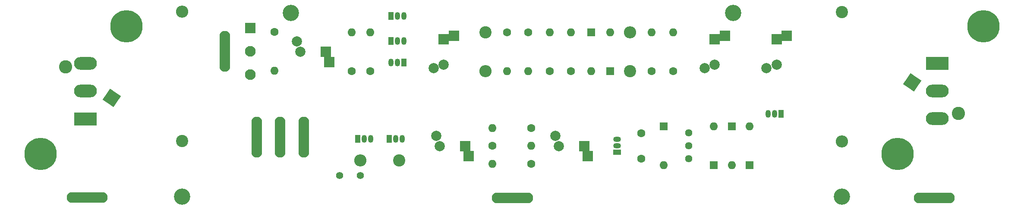
<source format=gbr>
%TF.GenerationSoftware,KiCad,Pcbnew,(6.0.0)*%
%TF.CreationDate,2022-07-31T17:52:24+01:00*%
%TF.ProjectId,Lynx AMP,4c796e78-2041-44d5-902e-6b696361645f,rev?*%
%TF.SameCoordinates,Original*%
%TF.FileFunction,Soldermask,Top*%
%TF.FilePolarity,Negative*%
%FSLAX46Y46*%
G04 Gerber Fmt 4.6, Leading zero omitted, Abs format (unit mm)*
G04 Created by KiCad (PCBNEW (6.0.0)) date 2022-07-31 17:52:24*
%MOMM*%
%LPD*%
G01*
G04 APERTURE LIST*
G04 Aperture macros list*
%AMRoundRect*
0 Rectangle with rounded corners*
0 $1 Rounding radius*
0 $2 $3 $4 $5 $6 $7 $8 $9 X,Y pos of 4 corners*
0 Add a 4 corners polygon primitive as box body*
4,1,4,$2,$3,$4,$5,$6,$7,$8,$9,$2,$3,0*
0 Add four circle primitives for the rounded corners*
1,1,$1+$1,$2,$3*
1,1,$1+$1,$4,$5*
1,1,$1+$1,$6,$7*
1,1,$1+$1,$8,$9*
0 Add four rect primitives between the rounded corners*
20,1,$1+$1,$2,$3,$4,$5,0*
20,1,$1+$1,$4,$5,$6,$7,0*
20,1,$1+$1,$6,$7,$8,$9,0*
20,1,$1+$1,$8,$9,$2,$3,0*%
%AMRotRect*
0 Rectangle, with rotation*
0 The origin of the aperture is its center*
0 $1 length*
0 $2 width*
0 $3 Rotation angle, in degrees counterclockwise*
0 Add horizontal line*
21,1,$1,$2,0,0,$3*%
G04 Aperture macros list end*
%ADD10RoundRect,0.250001X-0.799999X0.799999X-0.799999X-0.799999X0.799999X-0.799999X0.799999X0.799999X0*%
%ADD11C,2.100000*%
%ADD12C,1.600000*%
%ADD13O,1.600000X1.600000*%
%ADD14R,1.600000X1.600000*%
%ADD15C,2.400000*%
%ADD16O,2.400000X2.400000*%
%ADD17C,3.200000*%
%ADD18R,2.000000X2.000000*%
%ADD19C,2.000000*%
%ADD20R,4.500000X2.500000*%
%ADD21O,4.500000X2.500000*%
%ADD22O,5.000000X2.100000*%
%ADD23R,1.050000X1.500000*%
%ADD24O,1.050000X1.500000*%
%ADD25C,1.400000*%
%ADD26RotRect,2.600000X2.600000X56.000000*%
%ADD27C,2.600000*%
%ADD28C,6.350000*%
%ADD29C,1.440000*%
%ADD30R,1.500000X1.050000*%
%ADD31O,1.500000X1.050000*%
%ADD32O,2.100000X5.000000*%
%ADD33RotRect,2.600000X2.600000X236.000000*%
G04 APERTURE END LIST*
D10*
%TO.C,RV1*%
X78974530Y-109152500D03*
D11*
X78974530Y-113752500D03*
X78974530Y-118352500D03*
%TD*%
D12*
%TO.C,R8*%
X134117219Y-128819802D03*
D13*
X126497219Y-128819802D03*
%TD*%
D14*
%TO.C,D5*%
X173429011Y-128510319D03*
D13*
X173429011Y-136130319D03*
%TD*%
D15*
%TO.C,R15*%
X108197219Y-135135319D03*
D16*
X100577219Y-135135319D03*
%TD*%
D12*
%TO.C,R6*%
X133541344Y-110020000D03*
D13*
X133541344Y-117640000D03*
%TD*%
D15*
%TO.C,R16*%
X65575000Y-131340000D03*
D16*
X65575000Y-105940000D03*
%TD*%
D17*
%TO.C, *%
X173685305Y-106225000D03*
%TD*%
D18*
%TO.C,C2*%
X144519685Y-132347969D03*
X145191829Y-134347969D03*
D19*
X139519685Y-132347969D03*
X138847541Y-130347969D03*
%TD*%
D15*
%TO.C,R13*%
X125122016Y-110020000D03*
D16*
X125122016Y-117640000D03*
%TD*%
D20*
%TO.C,Q9*%
X213725000Y-116080289D03*
D21*
X213725000Y-121530289D03*
X213725000Y-126980289D03*
%TD*%
D22*
%TO.C,J2*%
X131965000Y-142513814D03*
X128885000Y-142513814D03*
%TD*%
D12*
%TO.C,R11*%
X129321792Y-110020000D03*
D13*
X129321792Y-117640000D03*
%TD*%
D23*
%TO.C,Q7*%
X106212219Y-130945319D03*
D24*
X107482219Y-130945319D03*
X108752219Y-130945319D03*
%TD*%
D23*
%TO.C,Q6*%
X100022219Y-130945319D03*
D24*
X101292219Y-130945319D03*
X102562219Y-130945319D03*
%TD*%
D23*
%TO.C,Q2*%
X106607638Y-106790978D03*
D24*
X107877638Y-106790978D03*
X109147638Y-106790978D03*
%TD*%
D20*
%TO.C,Q8*%
X46675000Y-127005289D03*
D21*
X46675000Y-121555289D03*
X46675000Y-116105289D03*
%TD*%
D25*
%TO.C,TP1*%
X96517019Y-138150000D03*
%TD*%
D12*
%TO.C,R4*%
X157720224Y-117640000D03*
D13*
X157720224Y-110020000D03*
%TD*%
D14*
%TO.C,D2*%
X145870896Y-110020000D03*
D13*
X145870896Y-117640000D03*
%TD*%
D12*
%TO.C,C3*%
X155652409Y-129820319D03*
X155652409Y-134820319D03*
%TD*%
D18*
%TO.C,C1*%
X93779707Y-113845000D03*
X94451851Y-115845000D03*
D19*
X88779707Y-113845000D03*
X88107563Y-111845000D03*
%TD*%
D26*
%TO.C,Q11*%
X208897630Y-119825000D03*
D27*
X217950720Y-125931387D03*
D28*
X222866245Y-108861866D03*
X205978619Y-133898801D03*
%TD*%
D22*
%TO.C,J3*%
X211610000Y-142513814D03*
X214690000Y-142513814D03*
%TD*%
D25*
%TO.C,TP2*%
X100597942Y-138150000D03*
%TD*%
D14*
%TO.C,D3*%
X160074011Y-128510319D03*
D13*
X160074011Y-136130319D03*
%TD*%
D29*
%TO.C,RV2*%
X165009011Y-134870319D03*
X165009011Y-132330319D03*
X165009011Y-129790319D03*
%TD*%
D18*
%TO.C,C7*%
X184259552Y-110675179D03*
X182259552Y-111347323D03*
D19*
X180259552Y-117019467D03*
X182259552Y-116347323D03*
%TD*%
D14*
%TO.C,D4*%
X176914011Y-136130319D03*
D13*
X176914011Y-128510319D03*
%TD*%
D23*
%TO.C,Q1*%
X106604530Y-111750000D03*
D24*
X107874530Y-111750000D03*
X109144530Y-111750000D03*
%TD*%
D18*
%TO.C,C6*%
X116942229Y-111347323D03*
X118942229Y-110675179D03*
D19*
X114942229Y-117019467D03*
X116942229Y-116347323D03*
%TD*%
D30*
%TO.C,Q4*%
X150902409Y-133590319D03*
D31*
X150902409Y-132320319D03*
X150902409Y-131050319D03*
%TD*%
D14*
%TO.C,D6*%
X169944011Y-136130319D03*
D13*
X169944011Y-128510319D03*
%TD*%
D17*
%TO.C, *%
X86925000Y-106225000D03*
%TD*%
%TO.C, *%
X65575000Y-142325000D03*
%TD*%
D23*
%TO.C,Q5*%
X183150000Y-126030000D03*
D24*
X181880000Y-126030000D03*
X180610000Y-126030000D03*
%TD*%
D22*
%TO.C,J4*%
X48490000Y-142460426D03*
X45410000Y-142460426D03*
%TD*%
D12*
%TO.C,R9*%
X126497219Y-132320319D03*
D13*
X134117219Y-132320319D03*
%TD*%
D32*
%TO.C,J1*%
X73944530Y-115275000D03*
X73944530Y-112195000D03*
%TD*%
D23*
%TO.C,Q3*%
X109144530Y-115940000D03*
D24*
X107874530Y-115940000D03*
X106604530Y-115940000D03*
%TD*%
D32*
%TO.C,J7*%
X80250000Y-129042820D03*
X80250000Y-132122820D03*
%TD*%
D12*
%TO.C,R1*%
X83694530Y-109942500D03*
D13*
X83694530Y-117562500D03*
%TD*%
D32*
%TO.C,J6*%
X89470000Y-132122820D03*
X89470000Y-129042820D03*
%TD*%
%TO.C,J5*%
X84860000Y-132122820D03*
X84860000Y-129042820D03*
%TD*%
D12*
%TO.C,R5*%
X137721344Y-117640000D03*
D13*
X137721344Y-110020000D03*
%TD*%
D33*
%TO.C,Q10*%
X51800109Y-122935667D03*
D27*
X42747019Y-116829280D03*
D28*
X54719120Y-108861866D03*
X37831494Y-133898801D03*
%TD*%
D15*
%TO.C,R17*%
X195070000Y-106020000D03*
D16*
X195070000Y-131420000D03*
%TD*%
D12*
%TO.C,R3*%
X102522030Y-117655000D03*
D13*
X102522030Y-110035000D03*
%TD*%
D12*
%TO.C,R12*%
X161920000Y-117640000D03*
D13*
X161920000Y-110020000D03*
%TD*%
D12*
%TO.C,R10*%
X134107219Y-135820837D03*
D13*
X126487219Y-135820837D03*
%TD*%
D15*
%TO.C,R14*%
X153520448Y-117640000D03*
D16*
X153520448Y-110020000D03*
%TD*%
D18*
%TO.C,C4*%
X172099776Y-110675179D03*
X170099776Y-111347323D03*
D19*
X170099776Y-116347323D03*
X168099776Y-117019467D03*
%TD*%
D12*
%TO.C,R7*%
X141921120Y-117640000D03*
D13*
X141921120Y-110020000D03*
%TD*%
D14*
%TO.C,D1*%
X149570672Y-117640000D03*
D13*
X149570672Y-110020000D03*
%TD*%
D17*
%TO.C, *%
X195070000Y-142325000D03*
%TD*%
D18*
%TO.C,C5*%
X121109685Y-132347969D03*
X121781829Y-134347969D03*
D19*
X115437541Y-130347969D03*
X116109685Y-132347969D03*
%TD*%
D12*
%TO.C,R2*%
X98899530Y-117655000D03*
D13*
X98899530Y-110035000D03*
%TD*%
M02*

</source>
